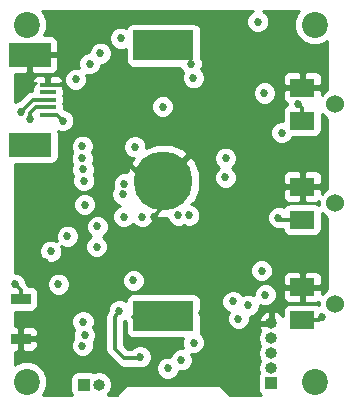
<source format=gbl>
G04 #@! TF.FileFunction,Copper,L4,Bot,Signal*
%FSLAX46Y46*%
G04 Gerber Fmt 4.6, Leading zero omitted, Abs format (unit mm)*
G04 Created by KiCad (PCBNEW 4.0.5) date 02/14/18 20:32:28*
%MOMM*%
%LPD*%
G01*
G04 APERTURE LIST*
%ADD10C,0.100000*%
%ADD11R,3.600000X2.000000*%
%ADD12R,1.380000X0.400000*%
%ADD13R,1.000000X1.000000*%
%ADD14O,1.000000X1.000000*%
%ADD15R,5.100000X2.500000*%
%ADD16C,5.000000*%
%ADD17R,1.700000X0.900000*%
%ADD18C,1.524000*%
%ADD19R,2.000000X1.500000*%
%ADD20C,2.200000*%
%ADD21C,0.685800*%
%ADD22C,0.300000*%
%ADD23C,0.400000*%
%ADD24C,0.152400*%
%ADD25C,0.254000*%
G04 APERTURE END LIST*
D10*
D11*
X103367000Y-66538000D03*
X103367000Y-58938000D03*
D12*
X104902000Y-64008000D03*
X104902000Y-62738000D03*
X104902000Y-61468000D03*
X104902000Y-63373000D03*
X104902000Y-62103000D03*
D13*
X123825000Y-86741000D03*
D14*
X123825000Y-85471000D03*
X123825000Y-84201000D03*
X123825000Y-82931000D03*
X123825000Y-81661000D03*
D15*
X114681000Y-81046000D03*
X114681000Y-58146000D03*
D16*
X114681000Y-69596000D03*
D17*
X102616000Y-79580000D03*
X102616000Y-82980000D03*
D18*
X129254000Y-80010000D03*
D19*
X126454000Y-81410000D03*
X126454000Y-78610000D03*
D18*
X129254000Y-71501000D03*
D19*
X126454000Y-72901000D03*
X126454000Y-70101000D03*
D18*
X129254000Y-63119000D03*
D19*
X126454000Y-64519000D03*
X126454000Y-61719000D03*
D20*
X103124000Y-86614000D03*
X127508000Y-56388000D03*
X127508000Y-86614000D03*
X103124000Y-56388000D03*
D13*
X107950000Y-86868000D03*
D14*
X109220000Y-86868000D03*
D21*
X113919000Y-72644000D03*
X116205000Y-64008000D03*
X121285000Y-64135000D03*
X119507000Y-59690000D03*
X107188000Y-59753500D03*
X127127000Y-66929000D03*
X120269000Y-76708000D03*
X104648000Y-76454000D03*
X110426500Y-76771500D03*
X117983000Y-80772000D03*
X111442500Y-63182500D03*
X119634000Y-58483500D03*
X106489500Y-83693000D03*
X122999500Y-77216000D03*
X121856500Y-80137000D03*
X111315500Y-72644000D03*
X115062000Y-85471000D03*
X106172000Y-64516000D03*
X109093000Y-73469500D03*
X102616000Y-63754000D03*
X108013500Y-71628000D03*
X103378000Y-64389000D03*
X110947200Y-80594200D03*
X112712500Y-84518500D03*
X111252000Y-70739000D03*
X106553000Y-74295000D03*
X107823000Y-83566000D03*
X108013500Y-82677000D03*
X109029500Y-75184000D03*
X107886500Y-68643500D03*
X107950000Y-69596000D03*
X107886500Y-81534000D03*
X112903000Y-72644000D03*
X116205000Y-84772500D03*
X121031000Y-81280000D03*
X123317000Y-79248000D03*
X102108000Y-78359000D03*
X108458000Y-59690000D03*
X107823000Y-66675000D03*
X107823000Y-67691000D03*
X111061500Y-57531000D03*
X117030500Y-59690000D03*
X117221000Y-60896500D03*
X120586500Y-79819500D03*
X112141000Y-78041500D03*
X112268000Y-66738500D03*
X126111000Y-63119000D03*
X124434600Y-72720200D03*
X119938800Y-69316600D03*
X128143000Y-81153000D03*
X111379000Y-69850000D03*
X107251500Y-61023500D03*
X114630200Y-63322200D03*
X119951500Y-67691000D03*
X124714000Y-65532000D03*
X123240800Y-62179200D03*
X109347000Y-58801000D03*
X122682000Y-56134000D03*
X114681000Y-80708500D03*
X105791000Y-78359000D03*
X105156000Y-75565000D03*
X117246400Y-83312000D03*
X116840000Y-72517000D03*
X115951000Y-72517000D03*
D22*
X114681000Y-69596000D02*
X113157000Y-69596000D01*
D23*
X113157000Y-69596000D02*
X111760000Y-68199000D01*
D22*
X104902000Y-61468000D02*
X106299000Y-61468000D01*
X113919000Y-72644000D02*
X114681000Y-71755000D01*
X114681000Y-71755000D02*
X114681000Y-69596000D01*
D24*
X126443000Y-70309000D02*
X127196000Y-70309000D01*
D22*
X114554000Y-71247000D02*
X114554000Y-71120000D01*
D24*
X125857000Y-69723000D02*
X126443000Y-70309000D01*
D22*
X104902000Y-64008000D02*
X105664000Y-64008000D01*
X105664000Y-64008000D02*
X106172000Y-64516000D01*
X103632000Y-62738000D02*
X104902000Y-62738000D01*
X102616000Y-63754000D02*
X103632000Y-62738000D01*
X103886000Y-63373000D02*
X104902000Y-63373000D01*
X103378000Y-63881000D02*
X103886000Y-63373000D01*
X103378000Y-64389000D02*
X103378000Y-63881000D01*
X110553500Y-81153000D02*
X110947200Y-80594200D01*
X110553500Y-83820000D02*
X110553500Y-81153000D01*
X111379000Y-84645500D02*
X110553500Y-83820000D01*
X112585500Y-84645500D02*
X111379000Y-84645500D01*
X112712500Y-84518500D02*
X112585500Y-84645500D01*
X102616000Y-79580000D02*
X102616000Y-78867000D01*
X102616000Y-78867000D02*
X102108000Y-78359000D01*
X126454000Y-63462000D02*
X126454000Y-64519000D01*
X126111000Y-63119000D02*
X126454000Y-63462000D01*
X124615400Y-72901000D02*
X124434600Y-72720200D01*
X126454000Y-72901000D02*
X124615400Y-72901000D01*
X119938800Y-69316600D02*
X119888000Y-69265800D01*
X127886000Y-81410000D02*
X128143000Y-81153000D01*
X126454000Y-81410000D02*
X127886000Y-81410000D01*
X112141000Y-81153000D02*
X112565500Y-80728500D01*
X112565500Y-80728500D02*
X114109500Y-80728500D01*
X112819500Y-57828500D02*
X114109500Y-57828500D01*
D24*
X114300000Y-57594500D02*
X114427000Y-57467500D01*
D25*
G36*
X122128788Y-55304493D02*
X121853460Y-55579341D01*
X121704270Y-55938630D01*
X121703931Y-56327663D01*
X121852493Y-56687212D01*
X122127341Y-56962540D01*
X122486630Y-57111730D01*
X122875663Y-57112069D01*
X123235212Y-56963507D01*
X123510540Y-56688659D01*
X123659730Y-56329370D01*
X123660069Y-55940337D01*
X123511507Y-55580788D01*
X123236659Y-55305460D01*
X123091055Y-55245000D01*
X126197192Y-55245000D01*
X126037996Y-55403918D01*
X125773301Y-56041373D01*
X125772699Y-56731599D01*
X126036281Y-57369515D01*
X126523918Y-57858004D01*
X127161373Y-58122699D01*
X127851599Y-58123301D01*
X128489515Y-57859719D01*
X128574689Y-57774694D01*
X128574340Y-61888273D01*
X128463697Y-61933990D01*
X128089000Y-62308033D01*
X128089000Y-62004750D01*
X127930250Y-61846000D01*
X126581000Y-61846000D01*
X126581000Y-61866000D01*
X126327000Y-61866000D01*
X126327000Y-61846000D01*
X124977750Y-61846000D01*
X124819000Y-62004750D01*
X124819000Y-62595309D01*
X124915673Y-62828698D01*
X125094301Y-63007327D01*
X125133183Y-63023432D01*
X125133011Y-63220966D01*
X125002559Y-63304910D01*
X124857569Y-63517110D01*
X124806560Y-63769000D01*
X124806560Y-64554180D01*
X124520337Y-64553931D01*
X124160788Y-64702493D01*
X123885460Y-64977341D01*
X123736270Y-65336630D01*
X123735931Y-65725663D01*
X123884493Y-66085212D01*
X124159341Y-66360540D01*
X124518630Y-66509730D01*
X124907663Y-66510069D01*
X125267212Y-66361507D01*
X125542540Y-66086659D01*
X125613221Y-65916440D01*
X127454000Y-65916440D01*
X127689317Y-65872162D01*
X127905441Y-65733090D01*
X128050431Y-65520890D01*
X128101440Y-65269000D01*
X128101440Y-63941810D01*
X128461630Y-64302629D01*
X128574132Y-64349344D01*
X128573630Y-70270567D01*
X128463697Y-70315990D01*
X128089000Y-70690033D01*
X128089000Y-70386750D01*
X127930250Y-70228000D01*
X126581000Y-70228000D01*
X126581000Y-71327250D01*
X126739750Y-71486000D01*
X127580310Y-71486000D01*
X127813699Y-71389327D01*
X127857135Y-71345891D01*
X127856863Y-71657724D01*
X127705890Y-71554569D01*
X127454000Y-71503560D01*
X125454000Y-71503560D01*
X125218683Y-71547838D01*
X125002559Y-71686910D01*
X124890640Y-71850710D01*
X124629970Y-71742470D01*
X124240937Y-71742131D01*
X123881388Y-71890693D01*
X123606060Y-72165541D01*
X123456870Y-72524830D01*
X123456531Y-72913863D01*
X123605093Y-73273412D01*
X123879941Y-73548740D01*
X124239230Y-73697930D01*
X124628263Y-73698269D01*
X124657956Y-73686000D01*
X124813146Y-73686000D01*
X124850838Y-73886317D01*
X124989910Y-74102441D01*
X125202110Y-74247431D01*
X125454000Y-74298440D01*
X127454000Y-74298440D01*
X127689317Y-74254162D01*
X127905441Y-74115090D01*
X128050431Y-73902890D01*
X128101440Y-73651000D01*
X128101440Y-72323810D01*
X128461630Y-72684629D01*
X128573422Y-72731049D01*
X128572909Y-78779865D01*
X128463697Y-78824990D01*
X128089000Y-79199033D01*
X128089000Y-78895750D01*
X127930250Y-78737000D01*
X126581000Y-78737000D01*
X126581000Y-79836250D01*
X126739750Y-79995000D01*
X127580310Y-79995000D01*
X127813699Y-79898327D01*
X127857135Y-79854891D01*
X127856863Y-80166724D01*
X127705890Y-80063569D01*
X127454000Y-80012560D01*
X125454000Y-80012560D01*
X125218683Y-80056838D01*
X125002559Y-80195910D01*
X124857569Y-80408110D01*
X124806560Y-80660000D01*
X124806560Y-81094347D01*
X124522604Y-80765677D01*
X124126877Y-80566868D01*
X123952000Y-80691865D01*
X123952000Y-81534000D01*
X123972000Y-81534000D01*
X123972000Y-81788000D01*
X123952000Y-81788000D01*
X123952000Y-81808000D01*
X123907564Y-81808000D01*
X123847236Y-81796000D01*
X123802764Y-81796000D01*
X123742436Y-81808000D01*
X123698000Y-81808000D01*
X123698000Y-81788000D01*
X122857046Y-81788000D01*
X122730881Y-81962874D01*
X122837873Y-82221209D01*
X122894451Y-82286696D01*
X122754161Y-82496654D01*
X122667764Y-82931000D01*
X122754161Y-83365346D01*
X122888234Y-83566000D01*
X122754161Y-83766654D01*
X122667764Y-84201000D01*
X122754161Y-84635346D01*
X122888234Y-84836000D01*
X122754161Y-85036654D01*
X122667764Y-85471000D01*
X122754161Y-85905346D01*
X122769805Y-85928759D01*
X122728569Y-85989110D01*
X122677560Y-86241000D01*
X122677560Y-87241000D01*
X122721838Y-87476317D01*
X122860910Y-87692441D01*
X122918221Y-87731600D01*
X120332494Y-87731600D01*
X119653568Y-87080167D01*
X119534774Y-87004294D01*
X119417605Y-86926004D01*
X119409749Y-86924441D01*
X119402997Y-86920129D01*
X119264230Y-86895496D01*
X119126000Y-86868000D01*
X111912400Y-86868000D01*
X111894033Y-86871654D01*
X111874517Y-86868103D01*
X111583902Y-86930875D01*
X111339430Y-87100084D01*
X110728274Y-87731600D01*
X109964501Y-87731600D01*
X110022566Y-87692802D01*
X110268603Y-87324582D01*
X110355000Y-86890236D01*
X110355000Y-86845764D01*
X110268603Y-86411418D01*
X110022566Y-86043198D01*
X109654346Y-85797161D01*
X109220000Y-85710764D01*
X108785654Y-85797161D01*
X108762241Y-85812805D01*
X108701890Y-85771569D01*
X108450000Y-85720560D01*
X107450000Y-85720560D01*
X107214683Y-85764838D01*
X106998559Y-85903910D01*
X106853569Y-86116110D01*
X106802560Y-86368000D01*
X106802560Y-87368000D01*
X106846838Y-87603317D01*
X106929386Y-87731600D01*
X104460253Y-87731600D01*
X104594004Y-87598082D01*
X104858699Y-86960627D01*
X104859301Y-86270401D01*
X104595719Y-85632485D01*
X104108082Y-85143996D01*
X103470627Y-84879301D01*
X102780401Y-84878699D01*
X102142485Y-85142281D01*
X102108000Y-85176706D01*
X102108000Y-84065000D01*
X102330250Y-84065000D01*
X102489000Y-83906250D01*
X102489000Y-83107000D01*
X102743000Y-83107000D01*
X102743000Y-83906250D01*
X102901750Y-84065000D01*
X103592310Y-84065000D01*
X103825699Y-83968327D01*
X104004327Y-83789698D01*
X104016767Y-83759663D01*
X106844931Y-83759663D01*
X106993493Y-84119212D01*
X107268341Y-84394540D01*
X107627630Y-84543730D01*
X108016663Y-84544069D01*
X108376212Y-84395507D01*
X108651540Y-84120659D01*
X108800730Y-83761370D01*
X108801069Y-83372337D01*
X108771881Y-83301696D01*
X108842040Y-83231659D01*
X108991230Y-82872370D01*
X108991569Y-82483337D01*
X108843007Y-82123788D01*
X108742331Y-82022936D01*
X108864230Y-81729370D01*
X108864569Y-81340337D01*
X108787164Y-81153000D01*
X109768500Y-81153000D01*
X109768500Y-83820000D01*
X109828255Y-84120407D01*
X109998421Y-84375079D01*
X110823921Y-85200579D01*
X111078593Y-85370745D01*
X111379000Y-85430500D01*
X112358835Y-85430500D01*
X112517130Y-85496230D01*
X112906163Y-85496569D01*
X113265712Y-85348007D01*
X113541040Y-85073159D01*
X113690230Y-84713870D01*
X113690569Y-84324837D01*
X113542007Y-83965288D01*
X113267159Y-83689960D01*
X112907870Y-83540770D01*
X112518837Y-83540431D01*
X112159288Y-83688993D01*
X111987481Y-83860500D01*
X111704158Y-83860500D01*
X111338500Y-83494842D01*
X111338500Y-81490607D01*
X111418519Y-81457544D01*
X111483560Y-81554885D01*
X111483560Y-82296000D01*
X111527838Y-82531317D01*
X111666910Y-82747441D01*
X111879110Y-82892431D01*
X112131000Y-82943440D01*
X116340585Y-82943440D01*
X116268670Y-83116630D01*
X116268331Y-83505663D01*
X116387783Y-83794759D01*
X116011337Y-83794431D01*
X115651788Y-83942993D01*
X115376460Y-84217841D01*
X115261397Y-84494942D01*
X115257370Y-84493270D01*
X114868337Y-84492931D01*
X114508788Y-84641493D01*
X114233460Y-84916341D01*
X114084270Y-85275630D01*
X114083931Y-85664663D01*
X114232493Y-86024212D01*
X114507341Y-86299540D01*
X114866630Y-86448730D01*
X115255663Y-86449069D01*
X115615212Y-86300507D01*
X115890540Y-86025659D01*
X116005603Y-85748558D01*
X116009630Y-85750230D01*
X116398663Y-85750569D01*
X116758212Y-85602007D01*
X117033540Y-85327159D01*
X117182730Y-84967870D01*
X117183069Y-84578837D01*
X117063617Y-84289741D01*
X117440063Y-84290069D01*
X117799612Y-84141507D01*
X118074940Y-83866659D01*
X118224130Y-83507370D01*
X118224469Y-83118337D01*
X118075907Y-82758788D01*
X117833830Y-82516289D01*
X117878440Y-82296000D01*
X117878440Y-80013163D01*
X119608431Y-80013163D01*
X119756993Y-80372712D01*
X120031841Y-80648040D01*
X120207026Y-80720783D01*
X120202460Y-80725341D01*
X120053270Y-81084630D01*
X120052931Y-81473663D01*
X120201493Y-81833212D01*
X120476341Y-82108540D01*
X120835630Y-82257730D01*
X121224663Y-82258069D01*
X121584212Y-82109507D01*
X121859540Y-81834659D01*
X122008730Y-81475370D01*
X122008831Y-81359126D01*
X122730881Y-81359126D01*
X122857046Y-81534000D01*
X123698000Y-81534000D01*
X123698000Y-80691865D01*
X123523123Y-80566868D01*
X123127396Y-80765677D01*
X122837873Y-81100791D01*
X122730881Y-81359126D01*
X122008831Y-81359126D01*
X122009044Y-81115033D01*
X122050163Y-81115069D01*
X122409712Y-80966507D01*
X122685040Y-80691659D01*
X122834230Y-80332370D01*
X122834427Y-80106473D01*
X123121630Y-80225730D01*
X123510663Y-80226069D01*
X123870212Y-80077507D01*
X124145540Y-79802659D01*
X124294730Y-79443370D01*
X124295069Y-79054337D01*
X124229543Y-78895750D01*
X124819000Y-78895750D01*
X124819000Y-79486309D01*
X124915673Y-79719698D01*
X125094301Y-79898327D01*
X125327690Y-79995000D01*
X126168250Y-79995000D01*
X126327000Y-79836250D01*
X126327000Y-78737000D01*
X124977750Y-78737000D01*
X124819000Y-78895750D01*
X124229543Y-78895750D01*
X124146507Y-78694788D01*
X123871659Y-78419460D01*
X123512370Y-78270270D01*
X123123337Y-78269931D01*
X122763788Y-78418493D01*
X122488460Y-78693341D01*
X122339270Y-79052630D01*
X122339073Y-79278527D01*
X122051870Y-79159270D01*
X121662837Y-79158931D01*
X121412212Y-79262487D01*
X121141159Y-78990960D01*
X120781870Y-78841770D01*
X120392837Y-78841431D01*
X120033288Y-78989993D01*
X119757960Y-79264841D01*
X119608770Y-79624130D01*
X119608431Y-80013163D01*
X117878440Y-80013163D01*
X117878440Y-79796000D01*
X117834162Y-79560683D01*
X117695090Y-79344559D01*
X117482890Y-79199569D01*
X117231000Y-79148560D01*
X112131000Y-79148560D01*
X111895683Y-79192838D01*
X111679559Y-79331910D01*
X111534569Y-79544110D01*
X111490647Y-79761004D01*
X111142570Y-79616470D01*
X110753537Y-79616131D01*
X110393988Y-79764693D01*
X110118660Y-80039541D01*
X109969470Y-80398830D01*
X109969278Y-80619261D01*
X109911776Y-80700876D01*
X109876540Y-80780331D01*
X109828255Y-80852594D01*
X109815049Y-80918986D01*
X109787605Y-80980869D01*
X109785456Y-81067755D01*
X109768500Y-81153000D01*
X108787164Y-81153000D01*
X108716007Y-80980788D01*
X108441159Y-80705460D01*
X108081870Y-80556270D01*
X107692837Y-80555931D01*
X107333288Y-80704493D01*
X107057960Y-80979341D01*
X106908770Y-81338630D01*
X106908431Y-81727663D01*
X107056993Y-82087212D01*
X107157669Y-82188064D01*
X107035770Y-82481630D01*
X107035431Y-82870663D01*
X107064619Y-82941304D01*
X106994460Y-83011341D01*
X106845270Y-83370630D01*
X106844931Y-83759663D01*
X104016767Y-83759663D01*
X104101000Y-83556309D01*
X104101000Y-83265750D01*
X103942250Y-83107000D01*
X102743000Y-83107000D01*
X102489000Y-83107000D01*
X102469000Y-83107000D01*
X102469000Y-82853000D01*
X102489000Y-82853000D01*
X102489000Y-82053750D01*
X102743000Y-82053750D01*
X102743000Y-82853000D01*
X103942250Y-82853000D01*
X104101000Y-82694250D01*
X104101000Y-82403691D01*
X104004327Y-82170302D01*
X103825699Y-81991673D01*
X103592310Y-81895000D01*
X102901750Y-81895000D01*
X102743000Y-82053750D01*
X102489000Y-82053750D01*
X102330250Y-81895000D01*
X102108000Y-81895000D01*
X102108000Y-80677440D01*
X103466000Y-80677440D01*
X103701317Y-80633162D01*
X103917441Y-80494090D01*
X104062431Y-80281890D01*
X104113440Y-80030000D01*
X104113440Y-79130000D01*
X104069162Y-78894683D01*
X103930090Y-78678559D01*
X103745836Y-78552663D01*
X104812931Y-78552663D01*
X104961493Y-78912212D01*
X105236341Y-79187540D01*
X105595630Y-79336730D01*
X105984663Y-79337069D01*
X106344212Y-79188507D01*
X106619540Y-78913659D01*
X106768730Y-78554370D01*
X106769008Y-78235163D01*
X111162931Y-78235163D01*
X111311493Y-78594712D01*
X111586341Y-78870040D01*
X111945630Y-79019230D01*
X112334663Y-79019569D01*
X112694212Y-78871007D01*
X112969540Y-78596159D01*
X113118730Y-78236870D01*
X113119069Y-77847837D01*
X112970507Y-77488288D01*
X112892020Y-77409663D01*
X122021431Y-77409663D01*
X122169993Y-77769212D01*
X122444841Y-78044540D01*
X122804130Y-78193730D01*
X123193163Y-78194069D01*
X123552712Y-78045507D01*
X123828040Y-77770659D01*
X123843390Y-77733691D01*
X124819000Y-77733691D01*
X124819000Y-78324250D01*
X124977750Y-78483000D01*
X126327000Y-78483000D01*
X126327000Y-77383750D01*
X126581000Y-77383750D01*
X126581000Y-78483000D01*
X127930250Y-78483000D01*
X128089000Y-78324250D01*
X128089000Y-77733691D01*
X127992327Y-77500302D01*
X127813699Y-77321673D01*
X127580310Y-77225000D01*
X126739750Y-77225000D01*
X126581000Y-77383750D01*
X126327000Y-77383750D01*
X126168250Y-77225000D01*
X125327690Y-77225000D01*
X125094301Y-77321673D01*
X124915673Y-77500302D01*
X124819000Y-77733691D01*
X123843390Y-77733691D01*
X123977230Y-77411370D01*
X123977569Y-77022337D01*
X123829007Y-76662788D01*
X123554159Y-76387460D01*
X123194870Y-76238270D01*
X122805837Y-76237931D01*
X122446288Y-76386493D01*
X122170960Y-76661341D01*
X122021770Y-77020630D01*
X122021431Y-77409663D01*
X112892020Y-77409663D01*
X112695659Y-77212960D01*
X112336370Y-77063770D01*
X111947337Y-77063431D01*
X111587788Y-77211993D01*
X111312460Y-77486841D01*
X111163270Y-77846130D01*
X111162931Y-78235163D01*
X106769008Y-78235163D01*
X106769069Y-78165337D01*
X106620507Y-77805788D01*
X106345659Y-77530460D01*
X105986370Y-77381270D01*
X105597337Y-77380931D01*
X105237788Y-77529493D01*
X104962460Y-77804341D01*
X104813270Y-78163630D01*
X104812931Y-78552663D01*
X103745836Y-78552663D01*
X103717890Y-78533569D01*
X103466000Y-78482560D01*
X103285096Y-78482560D01*
X103171079Y-78311921D01*
X103171076Y-78311919D01*
X103086015Y-78226858D01*
X103086069Y-78165337D01*
X102937507Y-77805788D01*
X102662659Y-77530460D01*
X102303370Y-77381270D01*
X102108000Y-77381100D01*
X102108000Y-75758663D01*
X104177931Y-75758663D01*
X104326493Y-76118212D01*
X104601341Y-76393540D01*
X104960630Y-76542730D01*
X105349663Y-76543069D01*
X105709212Y-76394507D01*
X105984540Y-76119659D01*
X106133730Y-75760370D01*
X106134063Y-75377663D01*
X108051431Y-75377663D01*
X108199993Y-75737212D01*
X108474841Y-76012540D01*
X108834130Y-76161730D01*
X109223163Y-76162069D01*
X109582712Y-76013507D01*
X109858040Y-75738659D01*
X110007230Y-75379370D01*
X110007569Y-74990337D01*
X109859007Y-74630788D01*
X109584159Y-74355460D01*
X109546964Y-74340015D01*
X109646212Y-74299007D01*
X109921540Y-74024159D01*
X110070730Y-73664870D01*
X110071069Y-73275837D01*
X109922507Y-72916288D01*
X109647659Y-72640960D01*
X109288370Y-72491770D01*
X108899337Y-72491431D01*
X108539788Y-72639993D01*
X108264460Y-72914841D01*
X108115270Y-73274130D01*
X108114931Y-73663163D01*
X108263493Y-74022712D01*
X108538341Y-74298040D01*
X108575536Y-74313485D01*
X108476288Y-74354493D01*
X108200960Y-74629341D01*
X108051770Y-74988630D01*
X108051431Y-75377663D01*
X106134063Y-75377663D01*
X106134069Y-75371337D01*
X106038587Y-75140252D01*
X106357630Y-75272730D01*
X106746663Y-75273069D01*
X107106212Y-75124507D01*
X107381540Y-74849659D01*
X107530730Y-74490370D01*
X107531069Y-74101337D01*
X107382507Y-73741788D01*
X107107659Y-73466460D01*
X106748370Y-73317270D01*
X106359337Y-73316931D01*
X105999788Y-73465493D01*
X105724460Y-73740341D01*
X105575270Y-74099630D01*
X105574931Y-74488663D01*
X105670413Y-74719748D01*
X105351370Y-74587270D01*
X104962337Y-74586931D01*
X104602788Y-74735493D01*
X104327460Y-75010341D01*
X104178270Y-75369630D01*
X104177931Y-75758663D01*
X102108000Y-75758663D01*
X102108000Y-71821663D01*
X107035431Y-71821663D01*
X107183993Y-72181212D01*
X107458841Y-72456540D01*
X107818130Y-72605730D01*
X108207163Y-72606069D01*
X108566712Y-72457507D01*
X108842040Y-72182659D01*
X108991230Y-71823370D01*
X108991569Y-71434337D01*
X108843007Y-71074788D01*
X108701130Y-70932663D01*
X110273931Y-70932663D01*
X110422493Y-71292212D01*
X110697341Y-71567540D01*
X111027833Y-71704772D01*
X110762288Y-71814493D01*
X110486960Y-72089341D01*
X110337770Y-72448630D01*
X110337431Y-72837663D01*
X110485993Y-73197212D01*
X110760841Y-73472540D01*
X111120130Y-73621730D01*
X111509163Y-73622069D01*
X111868712Y-73473507D01*
X112109428Y-73233210D01*
X112348341Y-73472540D01*
X112707630Y-73621730D01*
X113096663Y-73622069D01*
X113456212Y-73473507D01*
X113731540Y-73198659D01*
X113880730Y-72839370D01*
X113880888Y-72657661D01*
X114058892Y-72731294D01*
X114981276Y-72730858D01*
X115121493Y-73070212D01*
X115396341Y-73345540D01*
X115755630Y-73494730D01*
X116144663Y-73495069D01*
X116395673Y-73391354D01*
X116644630Y-73494730D01*
X117033663Y-73495069D01*
X117393212Y-73346507D01*
X117668540Y-73071659D01*
X117817730Y-72712370D01*
X117818069Y-72323337D01*
X117669507Y-71963788D01*
X117394659Y-71688460D01*
X117066837Y-71552336D01*
X117339564Y-71370579D01*
X117746533Y-70386750D01*
X124819000Y-70386750D01*
X124819000Y-70977309D01*
X124915673Y-71210698D01*
X125094301Y-71389327D01*
X125327690Y-71486000D01*
X126168250Y-71486000D01*
X126327000Y-71327250D01*
X126327000Y-70228000D01*
X124977750Y-70228000D01*
X124819000Y-70386750D01*
X117746533Y-70386750D01*
X117816294Y-70218108D01*
X117815960Y-69510263D01*
X118960731Y-69510263D01*
X119109293Y-69869812D01*
X119384141Y-70145140D01*
X119743430Y-70294330D01*
X120132463Y-70294669D01*
X120492012Y-70146107D01*
X120767340Y-69871259D01*
X120916530Y-69511970D01*
X120916780Y-69224691D01*
X124819000Y-69224691D01*
X124819000Y-69815250D01*
X124977750Y-69974000D01*
X126327000Y-69974000D01*
X126327000Y-68874750D01*
X126581000Y-68874750D01*
X126581000Y-69974000D01*
X127930250Y-69974000D01*
X128089000Y-69815250D01*
X128089000Y-69224691D01*
X127992327Y-68991302D01*
X127813699Y-68812673D01*
X127580310Y-68716000D01*
X126739750Y-68716000D01*
X126581000Y-68874750D01*
X126327000Y-68874750D01*
X126168250Y-68716000D01*
X125327690Y-68716000D01*
X125094301Y-68812673D01*
X124915673Y-68991302D01*
X124819000Y-69224691D01*
X120916780Y-69224691D01*
X120916869Y-69122937D01*
X120768307Y-68763388D01*
X120515299Y-68509938D01*
X120780040Y-68245659D01*
X120929230Y-67886370D01*
X120929569Y-67497337D01*
X120781007Y-67137788D01*
X120506159Y-66862460D01*
X120146870Y-66713270D01*
X119757837Y-66712931D01*
X119398288Y-66861493D01*
X119122960Y-67136341D01*
X118973770Y-67495630D01*
X118973431Y-67884663D01*
X119121993Y-68244212D01*
X119375001Y-68497662D01*
X119110260Y-68761941D01*
X118961070Y-69121230D01*
X118960731Y-69510263D01*
X117815960Y-69510263D01*
X117815705Y-68970928D01*
X117339564Y-67821421D01*
X116916880Y-67539725D01*
X114860605Y-69596000D01*
X114874748Y-69610143D01*
X114695143Y-69789748D01*
X114681000Y-69775605D01*
X114666858Y-69789748D01*
X114487253Y-69610143D01*
X114501395Y-69596000D01*
X114487253Y-69581858D01*
X114666858Y-69402253D01*
X114681000Y-69416395D01*
X116737275Y-67360120D01*
X116455579Y-66937436D01*
X115303108Y-66460706D01*
X114055928Y-66461295D01*
X113245849Y-66796840D01*
X113246069Y-66544837D01*
X113097507Y-66185288D01*
X112822659Y-65909960D01*
X112463370Y-65760770D01*
X112074337Y-65760431D01*
X111714788Y-65908993D01*
X111439460Y-66183841D01*
X111290270Y-66543130D01*
X111289931Y-66932163D01*
X111438493Y-67291712D01*
X111713341Y-67567040D01*
X112072630Y-67716230D01*
X112180134Y-67716324D01*
X112022436Y-67821421D01*
X111585783Y-68877009D01*
X111574370Y-68872270D01*
X111185337Y-68871931D01*
X110825788Y-69020493D01*
X110550460Y-69295341D01*
X110401270Y-69654630D01*
X110400931Y-70043663D01*
X110448662Y-70159182D01*
X110423460Y-70184341D01*
X110274270Y-70543630D01*
X110273931Y-70932663D01*
X108701130Y-70932663D01*
X108568159Y-70799460D01*
X108208870Y-70650270D01*
X107819837Y-70649931D01*
X107460288Y-70798493D01*
X107184960Y-71073341D01*
X107035770Y-71432630D01*
X107035431Y-71821663D01*
X102108000Y-71821663D01*
X102108000Y-68185440D01*
X105167000Y-68185440D01*
X105402317Y-68141162D01*
X105618441Y-68002090D01*
X105763431Y-67789890D01*
X105814440Y-67538000D01*
X105814440Y-66868663D01*
X106844931Y-66868663D01*
X106974948Y-67183330D01*
X106845270Y-67495630D01*
X106844931Y-67884663D01*
X106993469Y-68244153D01*
X106908770Y-68448130D01*
X106908431Y-68837163D01*
X107056969Y-69196653D01*
X106972270Y-69400630D01*
X106971931Y-69789663D01*
X107120493Y-70149212D01*
X107395341Y-70424540D01*
X107754630Y-70573730D01*
X108143663Y-70574069D01*
X108503212Y-70425507D01*
X108778540Y-70150659D01*
X108927730Y-69791370D01*
X108928069Y-69402337D01*
X108779531Y-69042847D01*
X108864230Y-68838870D01*
X108864569Y-68449837D01*
X108716031Y-68090347D01*
X108800730Y-67886370D01*
X108801069Y-67497337D01*
X108671052Y-67182670D01*
X108800730Y-66870370D01*
X108801069Y-66481337D01*
X108652507Y-66121788D01*
X108377659Y-65846460D01*
X108018370Y-65697270D01*
X107629337Y-65696931D01*
X107269788Y-65845493D01*
X106994460Y-66120341D01*
X106845270Y-66479630D01*
X106844931Y-66868663D01*
X105814440Y-66868663D01*
X105814440Y-65538000D01*
X105791658Y-65416923D01*
X105976630Y-65493730D01*
X106365663Y-65494069D01*
X106725212Y-65345507D01*
X107000540Y-65070659D01*
X107149730Y-64711370D01*
X107150069Y-64322337D01*
X107001507Y-63962788D01*
X106726659Y-63687460D01*
X106367370Y-63538270D01*
X106304373Y-63538215D01*
X106282021Y-63515863D01*
X113652131Y-63515863D01*
X113800693Y-63875412D01*
X114075541Y-64150740D01*
X114434830Y-64299930D01*
X114823863Y-64300269D01*
X115183412Y-64151707D01*
X115458740Y-63876859D01*
X115607930Y-63517570D01*
X115608269Y-63128537D01*
X115459707Y-62768988D01*
X115184859Y-62493660D01*
X114893948Y-62372863D01*
X122262731Y-62372863D01*
X122411293Y-62732412D01*
X122686141Y-63007740D01*
X123045430Y-63156930D01*
X123434463Y-63157269D01*
X123794012Y-63008707D01*
X124069340Y-62733859D01*
X124218530Y-62374570D01*
X124218869Y-61985537D01*
X124070307Y-61625988D01*
X123795459Y-61350660D01*
X123436170Y-61201470D01*
X123047137Y-61201131D01*
X122687588Y-61349693D01*
X122412260Y-61624541D01*
X122263070Y-61983830D01*
X122262731Y-62372863D01*
X114893948Y-62372863D01*
X114825570Y-62344470D01*
X114436537Y-62344131D01*
X114076988Y-62492693D01*
X113801660Y-62767541D01*
X113652470Y-63126830D01*
X113652131Y-63515863D01*
X106282021Y-63515863D01*
X106239440Y-63473282D01*
X106239440Y-63173000D01*
X106216519Y-63051186D01*
X106239440Y-62938000D01*
X106239440Y-62538000D01*
X106216519Y-62416186D01*
X106239440Y-62303000D01*
X106239440Y-61903000D01*
X106221491Y-61807609D01*
X106227000Y-61794309D01*
X106227000Y-61726750D01*
X106201473Y-61701223D01*
X106195162Y-61667683D01*
X106056090Y-61451559D01*
X105933797Y-61368000D01*
X106068250Y-61368000D01*
X106219087Y-61217163D01*
X106273431Y-61217163D01*
X106421993Y-61576712D01*
X106696841Y-61852040D01*
X107056130Y-62001230D01*
X107445163Y-62001569D01*
X107804712Y-61853007D01*
X108080040Y-61578159D01*
X108229230Y-61218870D01*
X108229569Y-60829837D01*
X108141869Y-60617586D01*
X108262630Y-60667730D01*
X108651663Y-60668069D01*
X109011212Y-60519507D01*
X109286540Y-60244659D01*
X109435730Y-59885370D01*
X109435823Y-59778978D01*
X109540663Y-59779069D01*
X109900212Y-59630507D01*
X110175540Y-59355659D01*
X110324730Y-58996370D01*
X110325069Y-58607337D01*
X110176507Y-58247788D01*
X109901659Y-57972460D01*
X109542370Y-57823270D01*
X109153337Y-57822931D01*
X108793788Y-57971493D01*
X108518460Y-58246341D01*
X108369270Y-58605630D01*
X108369177Y-58712022D01*
X108264337Y-58711931D01*
X107904788Y-58860493D01*
X107629460Y-59135341D01*
X107480270Y-59494630D01*
X107479931Y-59883663D01*
X107567631Y-60095914D01*
X107446870Y-60045770D01*
X107057837Y-60045431D01*
X106698288Y-60193993D01*
X106422960Y-60468841D01*
X106273770Y-60828130D01*
X106273431Y-61217163D01*
X106219087Y-61217163D01*
X106227000Y-61209250D01*
X106227000Y-61141691D01*
X106130327Y-60908302D01*
X105951699Y-60729673D01*
X105718310Y-60633000D01*
X105187750Y-60633000D01*
X105029000Y-60791750D01*
X105029000Y-61255560D01*
X104775000Y-61255560D01*
X104775000Y-60791750D01*
X104616250Y-60633000D01*
X104085690Y-60633000D01*
X103852301Y-60729673D01*
X103673673Y-60908302D01*
X103577000Y-61141691D01*
X103577000Y-61209250D01*
X103735750Y-61368000D01*
X103870756Y-61368000D01*
X103760559Y-61438910D01*
X103615569Y-61651110D01*
X103606156Y-61697594D01*
X103577000Y-61726750D01*
X103577000Y-61794309D01*
X103583428Y-61809827D01*
X103564560Y-61903000D01*
X103564560Y-61966415D01*
X103331593Y-62012755D01*
X103076921Y-62182921D01*
X102483857Y-62775985D01*
X102422337Y-62775931D01*
X102108000Y-62905812D01*
X102108000Y-60573000D01*
X103081250Y-60573000D01*
X103240000Y-60414250D01*
X103240000Y-59065000D01*
X103494000Y-59065000D01*
X103494000Y-60414250D01*
X103652750Y-60573000D01*
X105293310Y-60573000D01*
X105526699Y-60476327D01*
X105705327Y-60297698D01*
X105802000Y-60064309D01*
X105802000Y-59223750D01*
X105643250Y-59065000D01*
X103494000Y-59065000D01*
X103240000Y-59065000D01*
X103220000Y-59065000D01*
X103220000Y-58811000D01*
X103240000Y-58811000D01*
X103240000Y-58791000D01*
X103494000Y-58791000D01*
X103494000Y-58811000D01*
X105643250Y-58811000D01*
X105802000Y-58652250D01*
X105802000Y-57811691D01*
X105765952Y-57724663D01*
X110083431Y-57724663D01*
X110231993Y-58084212D01*
X110506841Y-58359540D01*
X110866130Y-58508730D01*
X111255163Y-58509069D01*
X111483560Y-58414698D01*
X111483560Y-59396000D01*
X111527838Y-59631317D01*
X111666910Y-59847441D01*
X111879110Y-59992431D01*
X112131000Y-60043440D01*
X116118449Y-60043440D01*
X116200993Y-60243212D01*
X116365137Y-60407642D01*
X116243270Y-60701130D01*
X116242931Y-61090163D01*
X116391493Y-61449712D01*
X116666341Y-61725040D01*
X117025630Y-61874230D01*
X117414663Y-61874569D01*
X117774212Y-61726007D01*
X118049540Y-61451159D01*
X118198730Y-61091870D01*
X118198947Y-60842691D01*
X124819000Y-60842691D01*
X124819000Y-61433250D01*
X124977750Y-61592000D01*
X126327000Y-61592000D01*
X126327000Y-60492750D01*
X126581000Y-60492750D01*
X126581000Y-61592000D01*
X127930250Y-61592000D01*
X128089000Y-61433250D01*
X128089000Y-60842691D01*
X127992327Y-60609302D01*
X127813699Y-60430673D01*
X127580310Y-60334000D01*
X126739750Y-60334000D01*
X126581000Y-60492750D01*
X126327000Y-60492750D01*
X126168250Y-60334000D01*
X125327690Y-60334000D01*
X125094301Y-60430673D01*
X124915673Y-60609302D01*
X124819000Y-60842691D01*
X118198947Y-60842691D01*
X118199069Y-60702837D01*
X118050507Y-60343288D01*
X117886363Y-60178858D01*
X118008230Y-59885370D01*
X118008569Y-59496337D01*
X117878440Y-59181399D01*
X117878440Y-56896000D01*
X117834162Y-56660683D01*
X117695090Y-56444559D01*
X117482890Y-56299569D01*
X117231000Y-56248560D01*
X112131000Y-56248560D01*
X111895683Y-56292838D01*
X111679559Y-56431910D01*
X111534569Y-56644110D01*
X111529998Y-56666683D01*
X111256870Y-56553270D01*
X110867837Y-56552931D01*
X110508288Y-56701493D01*
X110232960Y-56976341D01*
X110083770Y-57335630D01*
X110083431Y-57724663D01*
X105765952Y-57724663D01*
X105705327Y-57578302D01*
X105526699Y-57399673D01*
X105293310Y-57303000D01*
X104622689Y-57303000D01*
X104858699Y-56734627D01*
X104859301Y-56044401D01*
X104595719Y-55406485D01*
X104434516Y-55245000D01*
X122272773Y-55245000D01*
X122128788Y-55304493D01*
X122128788Y-55304493D01*
G37*
X122128788Y-55304493D02*
X121853460Y-55579341D01*
X121704270Y-55938630D01*
X121703931Y-56327663D01*
X121852493Y-56687212D01*
X122127341Y-56962540D01*
X122486630Y-57111730D01*
X122875663Y-57112069D01*
X123235212Y-56963507D01*
X123510540Y-56688659D01*
X123659730Y-56329370D01*
X123660069Y-55940337D01*
X123511507Y-55580788D01*
X123236659Y-55305460D01*
X123091055Y-55245000D01*
X126197192Y-55245000D01*
X126037996Y-55403918D01*
X125773301Y-56041373D01*
X125772699Y-56731599D01*
X126036281Y-57369515D01*
X126523918Y-57858004D01*
X127161373Y-58122699D01*
X127851599Y-58123301D01*
X128489515Y-57859719D01*
X128574689Y-57774694D01*
X128574340Y-61888273D01*
X128463697Y-61933990D01*
X128089000Y-62308033D01*
X128089000Y-62004750D01*
X127930250Y-61846000D01*
X126581000Y-61846000D01*
X126581000Y-61866000D01*
X126327000Y-61866000D01*
X126327000Y-61846000D01*
X124977750Y-61846000D01*
X124819000Y-62004750D01*
X124819000Y-62595309D01*
X124915673Y-62828698D01*
X125094301Y-63007327D01*
X125133183Y-63023432D01*
X125133011Y-63220966D01*
X125002559Y-63304910D01*
X124857569Y-63517110D01*
X124806560Y-63769000D01*
X124806560Y-64554180D01*
X124520337Y-64553931D01*
X124160788Y-64702493D01*
X123885460Y-64977341D01*
X123736270Y-65336630D01*
X123735931Y-65725663D01*
X123884493Y-66085212D01*
X124159341Y-66360540D01*
X124518630Y-66509730D01*
X124907663Y-66510069D01*
X125267212Y-66361507D01*
X125542540Y-66086659D01*
X125613221Y-65916440D01*
X127454000Y-65916440D01*
X127689317Y-65872162D01*
X127905441Y-65733090D01*
X128050431Y-65520890D01*
X128101440Y-65269000D01*
X128101440Y-63941810D01*
X128461630Y-64302629D01*
X128574132Y-64349344D01*
X128573630Y-70270567D01*
X128463697Y-70315990D01*
X128089000Y-70690033D01*
X128089000Y-70386750D01*
X127930250Y-70228000D01*
X126581000Y-70228000D01*
X126581000Y-71327250D01*
X126739750Y-71486000D01*
X127580310Y-71486000D01*
X127813699Y-71389327D01*
X127857135Y-71345891D01*
X127856863Y-71657724D01*
X127705890Y-71554569D01*
X127454000Y-71503560D01*
X125454000Y-71503560D01*
X125218683Y-71547838D01*
X125002559Y-71686910D01*
X124890640Y-71850710D01*
X124629970Y-71742470D01*
X124240937Y-71742131D01*
X123881388Y-71890693D01*
X123606060Y-72165541D01*
X123456870Y-72524830D01*
X123456531Y-72913863D01*
X123605093Y-73273412D01*
X123879941Y-73548740D01*
X124239230Y-73697930D01*
X124628263Y-73698269D01*
X124657956Y-73686000D01*
X124813146Y-73686000D01*
X124850838Y-73886317D01*
X124989910Y-74102441D01*
X125202110Y-74247431D01*
X125454000Y-74298440D01*
X127454000Y-74298440D01*
X127689317Y-74254162D01*
X127905441Y-74115090D01*
X128050431Y-73902890D01*
X128101440Y-73651000D01*
X128101440Y-72323810D01*
X128461630Y-72684629D01*
X128573422Y-72731049D01*
X128572909Y-78779865D01*
X128463697Y-78824990D01*
X128089000Y-79199033D01*
X128089000Y-78895750D01*
X127930250Y-78737000D01*
X126581000Y-78737000D01*
X126581000Y-79836250D01*
X126739750Y-79995000D01*
X127580310Y-79995000D01*
X127813699Y-79898327D01*
X127857135Y-79854891D01*
X127856863Y-80166724D01*
X127705890Y-80063569D01*
X127454000Y-80012560D01*
X125454000Y-80012560D01*
X125218683Y-80056838D01*
X125002559Y-80195910D01*
X124857569Y-80408110D01*
X124806560Y-80660000D01*
X124806560Y-81094347D01*
X124522604Y-80765677D01*
X124126877Y-80566868D01*
X123952000Y-80691865D01*
X123952000Y-81534000D01*
X123972000Y-81534000D01*
X123972000Y-81788000D01*
X123952000Y-81788000D01*
X123952000Y-81808000D01*
X123907564Y-81808000D01*
X123847236Y-81796000D01*
X123802764Y-81796000D01*
X123742436Y-81808000D01*
X123698000Y-81808000D01*
X123698000Y-81788000D01*
X122857046Y-81788000D01*
X122730881Y-81962874D01*
X122837873Y-82221209D01*
X122894451Y-82286696D01*
X122754161Y-82496654D01*
X122667764Y-82931000D01*
X122754161Y-83365346D01*
X122888234Y-83566000D01*
X122754161Y-83766654D01*
X122667764Y-84201000D01*
X122754161Y-84635346D01*
X122888234Y-84836000D01*
X122754161Y-85036654D01*
X122667764Y-85471000D01*
X122754161Y-85905346D01*
X122769805Y-85928759D01*
X122728569Y-85989110D01*
X122677560Y-86241000D01*
X122677560Y-87241000D01*
X122721838Y-87476317D01*
X122860910Y-87692441D01*
X122918221Y-87731600D01*
X120332494Y-87731600D01*
X119653568Y-87080167D01*
X119534774Y-87004294D01*
X119417605Y-86926004D01*
X119409749Y-86924441D01*
X119402997Y-86920129D01*
X119264230Y-86895496D01*
X119126000Y-86868000D01*
X111912400Y-86868000D01*
X111894033Y-86871654D01*
X111874517Y-86868103D01*
X111583902Y-86930875D01*
X111339430Y-87100084D01*
X110728274Y-87731600D01*
X109964501Y-87731600D01*
X110022566Y-87692802D01*
X110268603Y-87324582D01*
X110355000Y-86890236D01*
X110355000Y-86845764D01*
X110268603Y-86411418D01*
X110022566Y-86043198D01*
X109654346Y-85797161D01*
X109220000Y-85710764D01*
X108785654Y-85797161D01*
X108762241Y-85812805D01*
X108701890Y-85771569D01*
X108450000Y-85720560D01*
X107450000Y-85720560D01*
X107214683Y-85764838D01*
X106998559Y-85903910D01*
X106853569Y-86116110D01*
X106802560Y-86368000D01*
X106802560Y-87368000D01*
X106846838Y-87603317D01*
X106929386Y-87731600D01*
X104460253Y-87731600D01*
X104594004Y-87598082D01*
X104858699Y-86960627D01*
X104859301Y-86270401D01*
X104595719Y-85632485D01*
X104108082Y-85143996D01*
X103470627Y-84879301D01*
X102780401Y-84878699D01*
X102142485Y-85142281D01*
X102108000Y-85176706D01*
X102108000Y-84065000D01*
X102330250Y-84065000D01*
X102489000Y-83906250D01*
X102489000Y-83107000D01*
X102743000Y-83107000D01*
X102743000Y-83906250D01*
X102901750Y-84065000D01*
X103592310Y-84065000D01*
X103825699Y-83968327D01*
X104004327Y-83789698D01*
X104016767Y-83759663D01*
X106844931Y-83759663D01*
X106993493Y-84119212D01*
X107268341Y-84394540D01*
X107627630Y-84543730D01*
X108016663Y-84544069D01*
X108376212Y-84395507D01*
X108651540Y-84120659D01*
X108800730Y-83761370D01*
X108801069Y-83372337D01*
X108771881Y-83301696D01*
X108842040Y-83231659D01*
X108991230Y-82872370D01*
X108991569Y-82483337D01*
X108843007Y-82123788D01*
X108742331Y-82022936D01*
X108864230Y-81729370D01*
X108864569Y-81340337D01*
X108787164Y-81153000D01*
X109768500Y-81153000D01*
X109768500Y-83820000D01*
X109828255Y-84120407D01*
X109998421Y-84375079D01*
X110823921Y-85200579D01*
X111078593Y-85370745D01*
X111379000Y-85430500D01*
X112358835Y-85430500D01*
X112517130Y-85496230D01*
X112906163Y-85496569D01*
X113265712Y-85348007D01*
X113541040Y-85073159D01*
X113690230Y-84713870D01*
X113690569Y-84324837D01*
X113542007Y-83965288D01*
X113267159Y-83689960D01*
X112907870Y-83540770D01*
X112518837Y-83540431D01*
X112159288Y-83688993D01*
X111987481Y-83860500D01*
X111704158Y-83860500D01*
X111338500Y-83494842D01*
X111338500Y-81490607D01*
X111418519Y-81457544D01*
X111483560Y-81554885D01*
X111483560Y-82296000D01*
X111527838Y-82531317D01*
X111666910Y-82747441D01*
X111879110Y-82892431D01*
X112131000Y-82943440D01*
X116340585Y-82943440D01*
X116268670Y-83116630D01*
X116268331Y-83505663D01*
X116387783Y-83794759D01*
X116011337Y-83794431D01*
X115651788Y-83942993D01*
X115376460Y-84217841D01*
X115261397Y-84494942D01*
X115257370Y-84493270D01*
X114868337Y-84492931D01*
X114508788Y-84641493D01*
X114233460Y-84916341D01*
X114084270Y-85275630D01*
X114083931Y-85664663D01*
X114232493Y-86024212D01*
X114507341Y-86299540D01*
X114866630Y-86448730D01*
X115255663Y-86449069D01*
X115615212Y-86300507D01*
X115890540Y-86025659D01*
X116005603Y-85748558D01*
X116009630Y-85750230D01*
X116398663Y-85750569D01*
X116758212Y-85602007D01*
X117033540Y-85327159D01*
X117182730Y-84967870D01*
X117183069Y-84578837D01*
X117063617Y-84289741D01*
X117440063Y-84290069D01*
X117799612Y-84141507D01*
X118074940Y-83866659D01*
X118224130Y-83507370D01*
X118224469Y-83118337D01*
X118075907Y-82758788D01*
X117833830Y-82516289D01*
X117878440Y-82296000D01*
X117878440Y-80013163D01*
X119608431Y-80013163D01*
X119756993Y-80372712D01*
X120031841Y-80648040D01*
X120207026Y-80720783D01*
X120202460Y-80725341D01*
X120053270Y-81084630D01*
X120052931Y-81473663D01*
X120201493Y-81833212D01*
X120476341Y-82108540D01*
X120835630Y-82257730D01*
X121224663Y-82258069D01*
X121584212Y-82109507D01*
X121859540Y-81834659D01*
X122008730Y-81475370D01*
X122008831Y-81359126D01*
X122730881Y-81359126D01*
X122857046Y-81534000D01*
X123698000Y-81534000D01*
X123698000Y-80691865D01*
X123523123Y-80566868D01*
X123127396Y-80765677D01*
X122837873Y-81100791D01*
X122730881Y-81359126D01*
X122008831Y-81359126D01*
X122009044Y-81115033D01*
X122050163Y-81115069D01*
X122409712Y-80966507D01*
X122685040Y-80691659D01*
X122834230Y-80332370D01*
X122834427Y-80106473D01*
X123121630Y-80225730D01*
X123510663Y-80226069D01*
X123870212Y-80077507D01*
X124145540Y-79802659D01*
X124294730Y-79443370D01*
X124295069Y-79054337D01*
X124229543Y-78895750D01*
X124819000Y-78895750D01*
X124819000Y-79486309D01*
X124915673Y-79719698D01*
X125094301Y-79898327D01*
X125327690Y-79995000D01*
X126168250Y-79995000D01*
X126327000Y-79836250D01*
X126327000Y-78737000D01*
X124977750Y-78737000D01*
X124819000Y-78895750D01*
X124229543Y-78895750D01*
X124146507Y-78694788D01*
X123871659Y-78419460D01*
X123512370Y-78270270D01*
X123123337Y-78269931D01*
X122763788Y-78418493D01*
X122488460Y-78693341D01*
X122339270Y-79052630D01*
X122339073Y-79278527D01*
X122051870Y-79159270D01*
X121662837Y-79158931D01*
X121412212Y-79262487D01*
X121141159Y-78990960D01*
X120781870Y-78841770D01*
X120392837Y-78841431D01*
X120033288Y-78989993D01*
X119757960Y-79264841D01*
X119608770Y-79624130D01*
X119608431Y-80013163D01*
X117878440Y-80013163D01*
X117878440Y-79796000D01*
X117834162Y-79560683D01*
X117695090Y-79344559D01*
X117482890Y-79199569D01*
X117231000Y-79148560D01*
X112131000Y-79148560D01*
X111895683Y-79192838D01*
X111679559Y-79331910D01*
X111534569Y-79544110D01*
X111490647Y-79761004D01*
X111142570Y-79616470D01*
X110753537Y-79616131D01*
X110393988Y-79764693D01*
X110118660Y-80039541D01*
X109969470Y-80398830D01*
X109969278Y-80619261D01*
X109911776Y-80700876D01*
X109876540Y-80780331D01*
X109828255Y-80852594D01*
X109815049Y-80918986D01*
X109787605Y-80980869D01*
X109785456Y-81067755D01*
X109768500Y-81153000D01*
X108787164Y-81153000D01*
X108716007Y-80980788D01*
X108441159Y-80705460D01*
X108081870Y-80556270D01*
X107692837Y-80555931D01*
X107333288Y-80704493D01*
X107057960Y-80979341D01*
X106908770Y-81338630D01*
X106908431Y-81727663D01*
X107056993Y-82087212D01*
X107157669Y-82188064D01*
X107035770Y-82481630D01*
X107035431Y-82870663D01*
X107064619Y-82941304D01*
X106994460Y-83011341D01*
X106845270Y-83370630D01*
X106844931Y-83759663D01*
X104016767Y-83759663D01*
X104101000Y-83556309D01*
X104101000Y-83265750D01*
X103942250Y-83107000D01*
X102743000Y-83107000D01*
X102489000Y-83107000D01*
X102469000Y-83107000D01*
X102469000Y-82853000D01*
X102489000Y-82853000D01*
X102489000Y-82053750D01*
X102743000Y-82053750D01*
X102743000Y-82853000D01*
X103942250Y-82853000D01*
X104101000Y-82694250D01*
X104101000Y-82403691D01*
X104004327Y-82170302D01*
X103825699Y-81991673D01*
X103592310Y-81895000D01*
X102901750Y-81895000D01*
X102743000Y-82053750D01*
X102489000Y-82053750D01*
X102330250Y-81895000D01*
X102108000Y-81895000D01*
X102108000Y-80677440D01*
X103466000Y-80677440D01*
X103701317Y-80633162D01*
X103917441Y-80494090D01*
X104062431Y-80281890D01*
X104113440Y-80030000D01*
X104113440Y-79130000D01*
X104069162Y-78894683D01*
X103930090Y-78678559D01*
X103745836Y-78552663D01*
X104812931Y-78552663D01*
X104961493Y-78912212D01*
X105236341Y-79187540D01*
X105595630Y-79336730D01*
X105984663Y-79337069D01*
X106344212Y-79188507D01*
X106619540Y-78913659D01*
X106768730Y-78554370D01*
X106769008Y-78235163D01*
X111162931Y-78235163D01*
X111311493Y-78594712D01*
X111586341Y-78870040D01*
X111945630Y-79019230D01*
X112334663Y-79019569D01*
X112694212Y-78871007D01*
X112969540Y-78596159D01*
X113118730Y-78236870D01*
X113119069Y-77847837D01*
X112970507Y-77488288D01*
X112892020Y-77409663D01*
X122021431Y-77409663D01*
X122169993Y-77769212D01*
X122444841Y-78044540D01*
X122804130Y-78193730D01*
X123193163Y-78194069D01*
X123552712Y-78045507D01*
X123828040Y-77770659D01*
X123843390Y-77733691D01*
X124819000Y-77733691D01*
X124819000Y-78324250D01*
X124977750Y-78483000D01*
X126327000Y-78483000D01*
X126327000Y-77383750D01*
X126581000Y-77383750D01*
X126581000Y-78483000D01*
X127930250Y-78483000D01*
X128089000Y-78324250D01*
X128089000Y-77733691D01*
X127992327Y-77500302D01*
X127813699Y-77321673D01*
X127580310Y-77225000D01*
X126739750Y-77225000D01*
X126581000Y-77383750D01*
X126327000Y-77383750D01*
X126168250Y-77225000D01*
X125327690Y-77225000D01*
X125094301Y-77321673D01*
X124915673Y-77500302D01*
X124819000Y-77733691D01*
X123843390Y-77733691D01*
X123977230Y-77411370D01*
X123977569Y-77022337D01*
X123829007Y-76662788D01*
X123554159Y-76387460D01*
X123194870Y-76238270D01*
X122805837Y-76237931D01*
X122446288Y-76386493D01*
X122170960Y-76661341D01*
X122021770Y-77020630D01*
X122021431Y-77409663D01*
X112892020Y-77409663D01*
X112695659Y-77212960D01*
X112336370Y-77063770D01*
X111947337Y-77063431D01*
X111587788Y-77211993D01*
X111312460Y-77486841D01*
X111163270Y-77846130D01*
X111162931Y-78235163D01*
X106769008Y-78235163D01*
X106769069Y-78165337D01*
X106620507Y-77805788D01*
X106345659Y-77530460D01*
X105986370Y-77381270D01*
X105597337Y-77380931D01*
X105237788Y-77529493D01*
X104962460Y-77804341D01*
X104813270Y-78163630D01*
X104812931Y-78552663D01*
X103745836Y-78552663D01*
X103717890Y-78533569D01*
X103466000Y-78482560D01*
X103285096Y-78482560D01*
X103171079Y-78311921D01*
X103171076Y-78311919D01*
X103086015Y-78226858D01*
X103086069Y-78165337D01*
X102937507Y-77805788D01*
X102662659Y-77530460D01*
X102303370Y-77381270D01*
X102108000Y-77381100D01*
X102108000Y-75758663D01*
X104177931Y-75758663D01*
X104326493Y-76118212D01*
X104601341Y-76393540D01*
X104960630Y-76542730D01*
X105349663Y-76543069D01*
X105709212Y-76394507D01*
X105984540Y-76119659D01*
X106133730Y-75760370D01*
X106134063Y-75377663D01*
X108051431Y-75377663D01*
X108199993Y-75737212D01*
X108474841Y-76012540D01*
X108834130Y-76161730D01*
X109223163Y-76162069D01*
X109582712Y-76013507D01*
X109858040Y-75738659D01*
X110007230Y-75379370D01*
X110007569Y-74990337D01*
X109859007Y-74630788D01*
X109584159Y-74355460D01*
X109546964Y-74340015D01*
X109646212Y-74299007D01*
X109921540Y-74024159D01*
X110070730Y-73664870D01*
X110071069Y-73275837D01*
X109922507Y-72916288D01*
X109647659Y-72640960D01*
X109288370Y-72491770D01*
X108899337Y-72491431D01*
X108539788Y-72639993D01*
X108264460Y-72914841D01*
X108115270Y-73274130D01*
X108114931Y-73663163D01*
X108263493Y-74022712D01*
X108538341Y-74298040D01*
X108575536Y-74313485D01*
X108476288Y-74354493D01*
X108200960Y-74629341D01*
X108051770Y-74988630D01*
X108051431Y-75377663D01*
X106134063Y-75377663D01*
X106134069Y-75371337D01*
X106038587Y-75140252D01*
X106357630Y-75272730D01*
X106746663Y-75273069D01*
X107106212Y-75124507D01*
X107381540Y-74849659D01*
X107530730Y-74490370D01*
X107531069Y-74101337D01*
X107382507Y-73741788D01*
X107107659Y-73466460D01*
X106748370Y-73317270D01*
X106359337Y-73316931D01*
X105999788Y-73465493D01*
X105724460Y-73740341D01*
X105575270Y-74099630D01*
X105574931Y-74488663D01*
X105670413Y-74719748D01*
X105351370Y-74587270D01*
X104962337Y-74586931D01*
X104602788Y-74735493D01*
X104327460Y-75010341D01*
X104178270Y-75369630D01*
X104177931Y-75758663D01*
X102108000Y-75758663D01*
X102108000Y-71821663D01*
X107035431Y-71821663D01*
X107183993Y-72181212D01*
X107458841Y-72456540D01*
X107818130Y-72605730D01*
X108207163Y-72606069D01*
X108566712Y-72457507D01*
X108842040Y-72182659D01*
X108991230Y-71823370D01*
X108991569Y-71434337D01*
X108843007Y-71074788D01*
X108701130Y-70932663D01*
X110273931Y-70932663D01*
X110422493Y-71292212D01*
X110697341Y-71567540D01*
X111027833Y-71704772D01*
X110762288Y-71814493D01*
X110486960Y-72089341D01*
X110337770Y-72448630D01*
X110337431Y-72837663D01*
X110485993Y-73197212D01*
X110760841Y-73472540D01*
X111120130Y-73621730D01*
X111509163Y-73622069D01*
X111868712Y-73473507D01*
X112109428Y-73233210D01*
X112348341Y-73472540D01*
X112707630Y-73621730D01*
X113096663Y-73622069D01*
X113456212Y-73473507D01*
X113731540Y-73198659D01*
X113880730Y-72839370D01*
X113880888Y-72657661D01*
X114058892Y-72731294D01*
X114981276Y-72730858D01*
X115121493Y-73070212D01*
X115396341Y-73345540D01*
X115755630Y-73494730D01*
X116144663Y-73495069D01*
X116395673Y-73391354D01*
X116644630Y-73494730D01*
X117033663Y-73495069D01*
X117393212Y-73346507D01*
X117668540Y-73071659D01*
X117817730Y-72712370D01*
X117818069Y-72323337D01*
X117669507Y-71963788D01*
X117394659Y-71688460D01*
X117066837Y-71552336D01*
X117339564Y-71370579D01*
X117746533Y-70386750D01*
X124819000Y-70386750D01*
X124819000Y-70977309D01*
X124915673Y-71210698D01*
X125094301Y-71389327D01*
X125327690Y-71486000D01*
X126168250Y-71486000D01*
X126327000Y-71327250D01*
X126327000Y-70228000D01*
X124977750Y-70228000D01*
X124819000Y-70386750D01*
X117746533Y-70386750D01*
X117816294Y-70218108D01*
X117815960Y-69510263D01*
X118960731Y-69510263D01*
X119109293Y-69869812D01*
X119384141Y-70145140D01*
X119743430Y-70294330D01*
X120132463Y-70294669D01*
X120492012Y-70146107D01*
X120767340Y-69871259D01*
X120916530Y-69511970D01*
X120916780Y-69224691D01*
X124819000Y-69224691D01*
X124819000Y-69815250D01*
X124977750Y-69974000D01*
X126327000Y-69974000D01*
X126327000Y-68874750D01*
X126581000Y-68874750D01*
X126581000Y-69974000D01*
X127930250Y-69974000D01*
X128089000Y-69815250D01*
X128089000Y-69224691D01*
X127992327Y-68991302D01*
X127813699Y-68812673D01*
X127580310Y-68716000D01*
X126739750Y-68716000D01*
X126581000Y-68874750D01*
X126327000Y-68874750D01*
X126168250Y-68716000D01*
X125327690Y-68716000D01*
X125094301Y-68812673D01*
X124915673Y-68991302D01*
X124819000Y-69224691D01*
X120916780Y-69224691D01*
X120916869Y-69122937D01*
X120768307Y-68763388D01*
X120515299Y-68509938D01*
X120780040Y-68245659D01*
X120929230Y-67886370D01*
X120929569Y-67497337D01*
X120781007Y-67137788D01*
X120506159Y-66862460D01*
X120146870Y-66713270D01*
X119757837Y-66712931D01*
X119398288Y-66861493D01*
X119122960Y-67136341D01*
X118973770Y-67495630D01*
X118973431Y-67884663D01*
X119121993Y-68244212D01*
X119375001Y-68497662D01*
X119110260Y-68761941D01*
X118961070Y-69121230D01*
X118960731Y-69510263D01*
X117815960Y-69510263D01*
X117815705Y-68970928D01*
X117339564Y-67821421D01*
X116916880Y-67539725D01*
X114860605Y-69596000D01*
X114874748Y-69610143D01*
X114695143Y-69789748D01*
X114681000Y-69775605D01*
X114666858Y-69789748D01*
X114487253Y-69610143D01*
X114501395Y-69596000D01*
X114487253Y-69581858D01*
X114666858Y-69402253D01*
X114681000Y-69416395D01*
X116737275Y-67360120D01*
X116455579Y-66937436D01*
X115303108Y-66460706D01*
X114055928Y-66461295D01*
X113245849Y-66796840D01*
X113246069Y-66544837D01*
X113097507Y-66185288D01*
X112822659Y-65909960D01*
X112463370Y-65760770D01*
X112074337Y-65760431D01*
X111714788Y-65908993D01*
X111439460Y-66183841D01*
X111290270Y-66543130D01*
X111289931Y-66932163D01*
X111438493Y-67291712D01*
X111713341Y-67567040D01*
X112072630Y-67716230D01*
X112180134Y-67716324D01*
X112022436Y-67821421D01*
X111585783Y-68877009D01*
X111574370Y-68872270D01*
X111185337Y-68871931D01*
X110825788Y-69020493D01*
X110550460Y-69295341D01*
X110401270Y-69654630D01*
X110400931Y-70043663D01*
X110448662Y-70159182D01*
X110423460Y-70184341D01*
X110274270Y-70543630D01*
X110273931Y-70932663D01*
X108701130Y-70932663D01*
X108568159Y-70799460D01*
X108208870Y-70650270D01*
X107819837Y-70649931D01*
X107460288Y-70798493D01*
X107184960Y-71073341D01*
X107035770Y-71432630D01*
X107035431Y-71821663D01*
X102108000Y-71821663D01*
X102108000Y-68185440D01*
X105167000Y-68185440D01*
X105402317Y-68141162D01*
X105618441Y-68002090D01*
X105763431Y-67789890D01*
X105814440Y-67538000D01*
X105814440Y-66868663D01*
X106844931Y-66868663D01*
X106974948Y-67183330D01*
X106845270Y-67495630D01*
X106844931Y-67884663D01*
X106993469Y-68244153D01*
X106908770Y-68448130D01*
X106908431Y-68837163D01*
X107056969Y-69196653D01*
X106972270Y-69400630D01*
X106971931Y-69789663D01*
X107120493Y-70149212D01*
X107395341Y-70424540D01*
X107754630Y-70573730D01*
X108143663Y-70574069D01*
X108503212Y-70425507D01*
X108778540Y-70150659D01*
X108927730Y-69791370D01*
X108928069Y-69402337D01*
X108779531Y-69042847D01*
X108864230Y-68838870D01*
X108864569Y-68449837D01*
X108716031Y-68090347D01*
X108800730Y-67886370D01*
X108801069Y-67497337D01*
X108671052Y-67182670D01*
X108800730Y-66870370D01*
X108801069Y-66481337D01*
X108652507Y-66121788D01*
X108377659Y-65846460D01*
X108018370Y-65697270D01*
X107629337Y-65696931D01*
X107269788Y-65845493D01*
X106994460Y-66120341D01*
X106845270Y-66479630D01*
X106844931Y-66868663D01*
X105814440Y-66868663D01*
X105814440Y-65538000D01*
X105791658Y-65416923D01*
X105976630Y-65493730D01*
X106365663Y-65494069D01*
X106725212Y-65345507D01*
X107000540Y-65070659D01*
X107149730Y-64711370D01*
X107150069Y-64322337D01*
X107001507Y-63962788D01*
X106726659Y-63687460D01*
X106367370Y-63538270D01*
X106304373Y-63538215D01*
X106282021Y-63515863D01*
X113652131Y-63515863D01*
X113800693Y-63875412D01*
X114075541Y-64150740D01*
X114434830Y-64299930D01*
X114823863Y-64300269D01*
X115183412Y-64151707D01*
X115458740Y-63876859D01*
X115607930Y-63517570D01*
X115608269Y-63128537D01*
X115459707Y-62768988D01*
X115184859Y-62493660D01*
X114893948Y-62372863D01*
X122262731Y-62372863D01*
X122411293Y-62732412D01*
X122686141Y-63007740D01*
X123045430Y-63156930D01*
X123434463Y-63157269D01*
X123794012Y-63008707D01*
X124069340Y-62733859D01*
X124218530Y-62374570D01*
X124218869Y-61985537D01*
X124070307Y-61625988D01*
X123795459Y-61350660D01*
X123436170Y-61201470D01*
X123047137Y-61201131D01*
X122687588Y-61349693D01*
X122412260Y-61624541D01*
X122263070Y-61983830D01*
X122262731Y-62372863D01*
X114893948Y-62372863D01*
X114825570Y-62344470D01*
X114436537Y-62344131D01*
X114076988Y-62492693D01*
X113801660Y-62767541D01*
X113652470Y-63126830D01*
X113652131Y-63515863D01*
X106282021Y-63515863D01*
X106239440Y-63473282D01*
X106239440Y-63173000D01*
X106216519Y-63051186D01*
X106239440Y-62938000D01*
X106239440Y-62538000D01*
X106216519Y-62416186D01*
X106239440Y-62303000D01*
X106239440Y-61903000D01*
X106221491Y-61807609D01*
X106227000Y-61794309D01*
X106227000Y-61726750D01*
X106201473Y-61701223D01*
X106195162Y-61667683D01*
X106056090Y-61451559D01*
X105933797Y-61368000D01*
X106068250Y-61368000D01*
X106219087Y-61217163D01*
X106273431Y-61217163D01*
X106421993Y-61576712D01*
X106696841Y-61852040D01*
X107056130Y-62001230D01*
X107445163Y-62001569D01*
X107804712Y-61853007D01*
X108080040Y-61578159D01*
X108229230Y-61218870D01*
X108229569Y-60829837D01*
X108141869Y-60617586D01*
X108262630Y-60667730D01*
X108651663Y-60668069D01*
X109011212Y-60519507D01*
X109286540Y-60244659D01*
X109435730Y-59885370D01*
X109435823Y-59778978D01*
X109540663Y-59779069D01*
X109900212Y-59630507D01*
X110175540Y-59355659D01*
X110324730Y-58996370D01*
X110325069Y-58607337D01*
X110176507Y-58247788D01*
X109901659Y-57972460D01*
X109542370Y-57823270D01*
X109153337Y-57822931D01*
X108793788Y-57971493D01*
X108518460Y-58246341D01*
X108369270Y-58605630D01*
X108369177Y-58712022D01*
X108264337Y-58711931D01*
X107904788Y-58860493D01*
X107629460Y-59135341D01*
X107480270Y-59494630D01*
X107479931Y-59883663D01*
X107567631Y-60095914D01*
X107446870Y-60045770D01*
X107057837Y-60045431D01*
X106698288Y-60193993D01*
X106422960Y-60468841D01*
X106273770Y-60828130D01*
X106273431Y-61217163D01*
X106219087Y-61217163D01*
X106227000Y-61209250D01*
X106227000Y-61141691D01*
X106130327Y-60908302D01*
X105951699Y-60729673D01*
X105718310Y-60633000D01*
X105187750Y-60633000D01*
X105029000Y-60791750D01*
X105029000Y-61255560D01*
X104775000Y-61255560D01*
X104775000Y-60791750D01*
X104616250Y-60633000D01*
X104085690Y-60633000D01*
X103852301Y-60729673D01*
X103673673Y-60908302D01*
X103577000Y-61141691D01*
X103577000Y-61209250D01*
X103735750Y-61368000D01*
X103870756Y-61368000D01*
X103760559Y-61438910D01*
X103615569Y-61651110D01*
X103606156Y-61697594D01*
X103577000Y-61726750D01*
X103577000Y-61794309D01*
X103583428Y-61809827D01*
X103564560Y-61903000D01*
X103564560Y-61966415D01*
X103331593Y-62012755D01*
X103076921Y-62182921D01*
X102483857Y-62775985D01*
X102422337Y-62775931D01*
X102108000Y-62905812D01*
X102108000Y-60573000D01*
X103081250Y-60573000D01*
X103240000Y-60414250D01*
X103240000Y-59065000D01*
X103494000Y-59065000D01*
X103494000Y-60414250D01*
X103652750Y-60573000D01*
X105293310Y-60573000D01*
X105526699Y-60476327D01*
X105705327Y-60297698D01*
X105802000Y-60064309D01*
X105802000Y-59223750D01*
X105643250Y-59065000D01*
X103494000Y-59065000D01*
X103240000Y-59065000D01*
X103220000Y-59065000D01*
X103220000Y-58811000D01*
X103240000Y-58811000D01*
X103240000Y-58791000D01*
X103494000Y-58791000D01*
X103494000Y-58811000D01*
X105643250Y-58811000D01*
X105802000Y-58652250D01*
X105802000Y-57811691D01*
X105765952Y-57724663D01*
X110083431Y-57724663D01*
X110231993Y-58084212D01*
X110506841Y-58359540D01*
X110866130Y-58508730D01*
X111255163Y-58509069D01*
X111483560Y-58414698D01*
X111483560Y-59396000D01*
X111527838Y-59631317D01*
X111666910Y-59847441D01*
X111879110Y-59992431D01*
X112131000Y-60043440D01*
X116118449Y-60043440D01*
X116200993Y-60243212D01*
X116365137Y-60407642D01*
X116243270Y-60701130D01*
X116242931Y-61090163D01*
X116391493Y-61449712D01*
X116666341Y-61725040D01*
X117025630Y-61874230D01*
X117414663Y-61874569D01*
X117774212Y-61726007D01*
X118049540Y-61451159D01*
X118198730Y-61091870D01*
X118198947Y-60842691D01*
X124819000Y-60842691D01*
X124819000Y-61433250D01*
X124977750Y-61592000D01*
X126327000Y-61592000D01*
X126327000Y-60492750D01*
X126581000Y-60492750D01*
X126581000Y-61592000D01*
X127930250Y-61592000D01*
X128089000Y-61433250D01*
X128089000Y-60842691D01*
X127992327Y-60609302D01*
X127813699Y-60430673D01*
X127580310Y-60334000D01*
X126739750Y-60334000D01*
X126581000Y-60492750D01*
X126327000Y-60492750D01*
X126168250Y-60334000D01*
X125327690Y-60334000D01*
X125094301Y-60430673D01*
X124915673Y-60609302D01*
X124819000Y-60842691D01*
X118198947Y-60842691D01*
X118199069Y-60702837D01*
X118050507Y-60343288D01*
X117886363Y-60178858D01*
X118008230Y-59885370D01*
X118008569Y-59496337D01*
X117878440Y-59181399D01*
X117878440Y-56896000D01*
X117834162Y-56660683D01*
X117695090Y-56444559D01*
X117482890Y-56299569D01*
X117231000Y-56248560D01*
X112131000Y-56248560D01*
X111895683Y-56292838D01*
X111679559Y-56431910D01*
X111534569Y-56644110D01*
X111529998Y-56666683D01*
X111256870Y-56553270D01*
X110867837Y-56552931D01*
X110508288Y-56701493D01*
X110232960Y-56976341D01*
X110083770Y-57335630D01*
X110083431Y-57724663D01*
X105765952Y-57724663D01*
X105705327Y-57578302D01*
X105526699Y-57399673D01*
X105293310Y-57303000D01*
X104622689Y-57303000D01*
X104858699Y-56734627D01*
X104859301Y-56044401D01*
X104595719Y-55406485D01*
X104434516Y-55245000D01*
X122272773Y-55245000D01*
X122128788Y-55304493D01*
M02*

</source>
